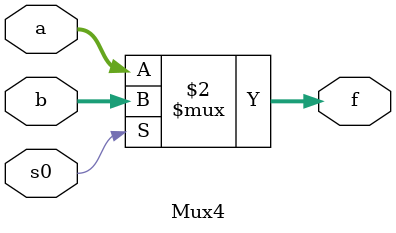
<source format=v>

module FixedPoint_AdderSub_CarrySelect#(parameter WIDTH = 16)(a,b,op,sum,overflowFlag);
  input [WIDTH-1:0]a;
  input [WIDTH-1:0]b;
  input op;
  
  output  [WIDTH-1:0]sum;
  output overflowFlag;
  wire [WIDTH-1:0]b_modified;
  wire [(WIDTH/2)-1:0]carryouts;
  wire carryBeforelast;
  genvar i;


 
 
  //invert B if Sub=true
  generate 
    for (i = 0; i < WIDTH; i = i + 1) begin
		assign b_modified[i] = b[i] ^ op;
    end
  endgenerate
  
  

  generate 
	for (i = 0; i <= (WIDTH/2)-2; i = i + 1) begin
		if(i==0)
		   TwoFullAdder f0(a[0],b_modified[0],a[1],b_modified[1],op,sum[0],sum[1],carryouts[0]);
		else 
			TwoFullAdderWithMux fi(a[i*2],b_modified[i*2],a[(i*2)+1],b_modified[(i*2)+1],carryouts[i-1],sum[i*2],sum[(i*2)+1],carryouts[i]);
	end
  endgenerate
  TwoFullAdderWithMux_TwoCarryOut fEnd(a[WIDTH-2],b_modified[WIDTH-2],a[WIDTH-1],b_modified[WIDTH-1],carryouts[(WIDTH/2)-2],sum[WIDTH-2],sum[WIDTH-1],carryBeforelast,carryouts[(WIDTH/2)-1]);
  
  
  assign overflowFlag = (carryBeforelast ^ carryouts[(WIDTH/2)-1]) ;
  
  
  
endmodule 


module FullAdder(a, b,cin ,sum, carry);
  input a,b,cin;
  output sum,carry;
  
  wire x1,x2,x3;
  
  assign x1 = a ^ b;
  assign x2 = x1 & cin;
  assign x3 = a & b;
 
  assign sum   = x1 ^ cin;
  assign carry = x2 | x3;
  

  
endmodule


module TwoFullAdderWithMux(x,y,z,w,cin,s1,s2,cout);
  input x,y,z,w,cin;
  output s1,s2,cout;
  
  wire [1:0] sTemp1,sTemp2,coutTemp;
  TwoFullAdder h1(x,y,z,w,1'b0,sTemp1[0],sTemp2[0],coutTemp[0]);
  TwoFullAdder h2(x,y,z,w,1'b1,sTemp1[1],sTemp2[1],coutTemp[1]);
  Mux M({coutTemp[0],sTemp2[0],sTemp1[0]},{coutTemp[1],sTemp2[1],sTemp1[1]},cin,{cout,s2,s1});
  
  
endmodule

module Mux(a,b,s0,f);
  input [2:0]a;
  input [2:0]b;
  input s0;
  output [2:0]f;
  
  assign f = (s0 == 0) ? a :b; 
   

  
endmodule


module TwoFullAdder(x,y,z,w,cin,s1,s2,cout);
  input x,y,z,w,cin;
  output s1,s2,cout;
  
  wire carry;
  
  FullAdder H1(x,y,cin,s1,carry) ;
  FullAdder H2(z,w,carry,s2,cout);
  
endmodule



module TwoFullAdder_TwoCarryOut(x,y,z,w,cin,s1,s2,cout1,cout2);
  input x,y,z,w,cin;
  output s1,s2,cout1,cout2;

  
  FullAdder H1(x,y,cin,s1,cout1) ;
  FullAdder H2(z,w,cout1,s2,cout2);
  
endmodule


module TwoFullAdderWithMux_TwoCarryOut(x,y,z,w,cin,s1,s2,cout1,cout2);
  input x,y,z,w,cin;
  output s1,s2,cout1,cout2;
  
  wire [1:0] sTemp1,sTemp2,coutTemp1,coutTemp2;
  TwoFullAdder_TwoCarryOut h1(x,y,z,w,1'b0,sTemp1[0],sTemp2[0],coutTemp1[0],coutTemp2[0]);
  TwoFullAdder_TwoCarryOut h2(x,y,z,w,1'b1,sTemp1[1],sTemp2[1],coutTemp1[1],coutTemp2[1]);
  Mux4 M({coutTemp1[0],coutTemp2[0],sTemp2[0],sTemp1[0]},{coutTemp1[1],coutTemp2[1],sTemp2[1],sTemp1[1]},cin,{cout1,cout2,s2,s1});
  
  
endmodule

module Mux4(a,b,s0,f);
  input [3:0]a;
  input [3:0]b;
  input s0;
  output [3:0]f;
  
  assign f = (s0 == 0) ? a :b; 
   

  
endmodule

</source>
